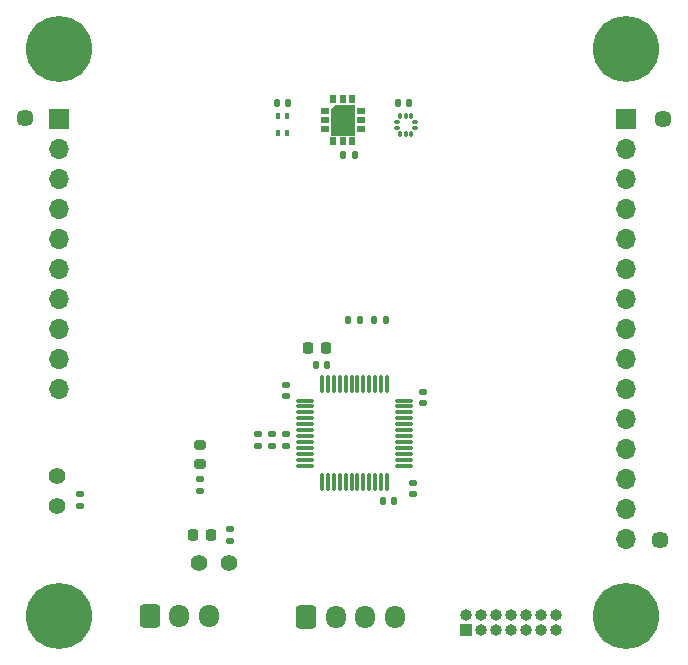
<source format=gbr>
%TF.GenerationSoftware,KiCad,Pcbnew,9.0.0*%
%TF.CreationDate,2025-02-21T21:13:24-05:00*%
%TF.ProjectId,SensorModuleBreakout,53656e73-6f72-44d6-9f64-756c65427265,rev?*%
%TF.SameCoordinates,Original*%
%TF.FileFunction,Soldermask,Top*%
%TF.FilePolarity,Negative*%
%FSLAX46Y46*%
G04 Gerber Fmt 4.6, Leading zero omitted, Abs format (unit mm)*
G04 Created by KiCad (PCBNEW 9.0.0) date 2025-02-21 21:13:24*
%MOMM*%
%LPD*%
G01*
G04 APERTURE LIST*
G04 Aperture macros list*
%AMRoundRect*
0 Rectangle with rounded corners*
0 $1 Rounding radius*
0 $2 $3 $4 $5 $6 $7 $8 $9 X,Y pos of 4 corners*
0 Add a 4 corners polygon primitive as box body*
4,1,4,$2,$3,$4,$5,$6,$7,$8,$9,$2,$3,0*
0 Add four circle primitives for the rounded corners*
1,1,$1+$1,$2,$3*
1,1,$1+$1,$4,$5*
1,1,$1+$1,$6,$7*
1,1,$1+$1,$8,$9*
0 Add four rect primitives between the rounded corners*
20,1,$1+$1,$2,$3,$4,$5,0*
20,1,$1+$1,$4,$5,$6,$7,0*
20,1,$1+$1,$6,$7,$8,$9,0*
20,1,$1+$1,$8,$9,$2,$3,0*%
G04 Aperture macros list end*
%ADD10C,0.010000*%
%ADD11C,1.448000*%
%ADD12RoundRect,0.200000X-0.275000X0.200000X-0.275000X-0.200000X0.275000X-0.200000X0.275000X0.200000X0*%
%ADD13O,1.700000X1.950000*%
%ADD14RoundRect,0.250000X-0.600000X-0.725000X0.600000X-0.725000X0.600000X0.725000X-0.600000X0.725000X0*%
%ADD15R,1.000000X1.000000*%
%ADD16O,1.000000X1.000000*%
%ADD17RoundRect,0.102000X-0.275000X-0.150000X0.275000X-0.150000X0.275000X0.150000X-0.275000X0.150000X0*%
%ADD18RoundRect,0.102000X-0.150000X-0.275000X0.150000X-0.275000X0.150000X0.275000X-0.150000X0.275000X0*%
%ADD19C,5.600000*%
%ADD20RoundRect,0.075000X-0.662500X-0.075000X0.662500X-0.075000X0.662500X0.075000X-0.662500X0.075000X0*%
%ADD21RoundRect,0.075000X-0.075000X-0.662500X0.075000X-0.662500X0.075000X0.662500X-0.075000X0.662500X0*%
%ADD22RoundRect,0.135000X-0.185000X0.135000X-0.185000X-0.135000X0.185000X-0.135000X0.185000X0.135000X0*%
%ADD23R,0.300000X0.500000*%
%ADD24RoundRect,0.225000X-0.225000X-0.250000X0.225000X-0.250000X0.225000X0.250000X-0.225000X0.250000X0*%
%ADD25RoundRect,0.218750X-0.218750X-0.256250X0.218750X-0.256250X0.218750X0.256250X-0.218750X0.256250X0*%
%ADD26RoundRect,0.140000X0.140000X0.170000X-0.140000X0.170000X-0.140000X-0.170000X0.140000X-0.170000X0*%
%ADD27RoundRect,0.135000X-0.135000X-0.185000X0.135000X-0.185000X0.135000X0.185000X-0.135000X0.185000X0*%
%ADD28RoundRect,0.140000X-0.170000X0.140000X-0.170000X-0.140000X0.170000X-0.140000X0.170000X0.140000X0*%
%ADD29R,1.700000X1.700000*%
%ADD30O,1.700000X1.700000*%
%ADD31C,1.400000*%
%ADD32RoundRect,0.135000X0.185000X-0.135000X0.185000X0.135000X-0.185000X0.135000X-0.185000X-0.135000X0*%
%ADD33RoundRect,0.135000X0.135000X0.185000X-0.135000X0.185000X-0.135000X-0.185000X0.135000X-0.185000X0*%
%ADD34RoundRect,0.140000X-0.140000X-0.170000X0.140000X-0.170000X0.140000X0.170000X-0.140000X0.170000X0*%
%ADD35RoundRect,0.087500X-0.125000X-0.087500X0.125000X-0.087500X0.125000X0.087500X-0.125000X0.087500X0*%
%ADD36RoundRect,0.087500X-0.087500X-0.125000X0.087500X-0.125000X0.087500X0.125000X-0.087500X0.125000X0*%
%ADD37RoundRect,0.140000X0.170000X-0.140000X0.170000X0.140000X-0.170000X0.140000X-0.170000X-0.140000X0*%
G04 APERTURE END LIST*
D10*
%TO.C,U3*%
X131000000Y-63250000D02*
X129000000Y-63250000D01*
X129000000Y-61108581D01*
X129358581Y-60750000D01*
X131000000Y-60750000D01*
X131000000Y-63250000D01*
G36*
X131000000Y-63250000D02*
G01*
X129000000Y-63250000D01*
X129000000Y-61108581D01*
X129358581Y-60750000D01*
X131000000Y-60750000D01*
X131000000Y-63250000D01*
G37*
%TD*%
D11*
%TO.C,REF\u002A\u002A*%
X156900000Y-97550000D03*
%TD*%
%TO.C,REF\u002A\u002A*%
X157150000Y-61950000D03*
%TD*%
%TO.C,REF\u002A\u002A*%
X103100000Y-61850000D03*
%TD*%
D12*
%TO.C,R4*%
X117950000Y-89475000D03*
X117950000Y-91125000D03*
%TD*%
D13*
%TO.C,J4*%
X118670000Y-104000000D03*
X116170000Y-104000000D03*
D14*
X113670000Y-104000000D03*
%TD*%
D15*
%TO.C,J1*%
X140430000Y-105150000D03*
D16*
X140430000Y-103880000D03*
X141700000Y-105150000D03*
X141700000Y-103880000D03*
X142970000Y-105150000D03*
X142970000Y-103880000D03*
X144240000Y-105150000D03*
X144240000Y-103880000D03*
X145510000Y-105150000D03*
X145510000Y-103880000D03*
X146780000Y-105150000D03*
X146780000Y-103880000D03*
X148050000Y-105150000D03*
X148050000Y-103880000D03*
%TD*%
D14*
%TO.C,J5*%
X126920000Y-104075000D03*
D13*
X129420000Y-104075000D03*
X131920000Y-104075000D03*
X134420000Y-104075000D03*
%TD*%
D17*
%TO.C,U3*%
X128475000Y-61200000D03*
X128475000Y-62000000D03*
X128475000Y-62800000D03*
D18*
X129200000Y-63775000D03*
X130000000Y-63775000D03*
X130800000Y-63775000D03*
D17*
X131525000Y-62800000D03*
X131525000Y-62000000D03*
X131525000Y-61200000D03*
D18*
X130800000Y-60225000D03*
X130000000Y-60225000D03*
X129200000Y-60225000D03*
%TD*%
D19*
%TO.C,H2*%
X154000000Y-56000000D03*
%TD*%
D20*
%TO.C,U1*%
X126837500Y-85750000D03*
X126837500Y-86250000D03*
X126837500Y-86750000D03*
X126837500Y-87250000D03*
X126837500Y-87750000D03*
X126837500Y-88250000D03*
X126837500Y-88750000D03*
X126837500Y-89250000D03*
X126837500Y-89750000D03*
X126837500Y-90250000D03*
X126837500Y-90750000D03*
X126837500Y-91250000D03*
D21*
X128250000Y-92662500D03*
X128750000Y-92662500D03*
X129250000Y-92662500D03*
X129750000Y-92662500D03*
X130250000Y-92662500D03*
X130750000Y-92662500D03*
X131250000Y-92662500D03*
X131750000Y-92662500D03*
X132250000Y-92662500D03*
X132750000Y-92662500D03*
X133250000Y-92662500D03*
X133750000Y-92662500D03*
D20*
X135162500Y-91250000D03*
X135162500Y-90750000D03*
X135162500Y-90250000D03*
X135162500Y-89750000D03*
X135162500Y-89250000D03*
X135162500Y-88750000D03*
X135162500Y-88250000D03*
X135162500Y-87750000D03*
X135162500Y-87250000D03*
X135162500Y-86750000D03*
X135162500Y-86250000D03*
X135162500Y-85750000D03*
D21*
X133750000Y-84337500D03*
X133250000Y-84337500D03*
X132750000Y-84337500D03*
X132250000Y-84337500D03*
X131750000Y-84337500D03*
X131250000Y-84337500D03*
X130750000Y-84337500D03*
X130250000Y-84337500D03*
X129750000Y-84337500D03*
X129250000Y-84337500D03*
X128750000Y-84337500D03*
X128250000Y-84337500D03*
%TD*%
D22*
%TO.C,R6*%
X120500000Y-96590000D03*
X120500000Y-97610000D03*
%TD*%
D23*
%TO.C,U2*%
X124525000Y-63100000D03*
X125325000Y-63100000D03*
X125325000Y-61700000D03*
X124525000Y-61700000D03*
%TD*%
D24*
%TO.C,C1*%
X127025000Y-81300000D03*
X128575000Y-81300000D03*
%TD*%
D25*
%TO.C,D1*%
X117312500Y-97100000D03*
X118887500Y-97100000D03*
%TD*%
D26*
%TO.C,C9*%
X125405000Y-60600000D03*
X124445000Y-60600000D03*
%TD*%
D19*
%TO.C,H3*%
X106000000Y-104000000D03*
%TD*%
D26*
%TO.C,C4*%
X134380000Y-94250000D03*
X133420000Y-94250000D03*
%TD*%
D27*
%TO.C,R2*%
X132650000Y-78900000D03*
X133670000Y-78900000D03*
%TD*%
D22*
%TO.C,R5*%
X117950000Y-92390000D03*
X117950000Y-93410000D03*
%TD*%
D28*
%TO.C,C12*%
X135950000Y-92720000D03*
X135950000Y-93680000D03*
%TD*%
D29*
%TO.C,J2*%
X106000000Y-61920000D03*
D30*
X106000000Y-64460000D03*
X106000000Y-67000000D03*
X106000000Y-69540000D03*
X106000000Y-72080000D03*
X106000000Y-74620000D03*
X106000000Y-77160000D03*
X106000000Y-79700000D03*
X106000000Y-82240000D03*
X106000000Y-84780000D03*
%TD*%
D31*
%TO.C,JP2*%
X120350000Y-99500000D03*
X117810000Y-99500000D03*
%TD*%
D19*
%TO.C,H4*%
X154000000Y-104000000D03*
%TD*%
D32*
%TO.C,R1*%
X107800000Y-94660000D03*
X107800000Y-93640000D03*
%TD*%
D33*
%TO.C,R3*%
X131470000Y-78900000D03*
X130450000Y-78900000D03*
%TD*%
D19*
%TO.C,H1*%
X106000000Y-56000000D03*
%TD*%
D34*
%TO.C,C2*%
X127720000Y-82700000D03*
X128680000Y-82700000D03*
%TD*%
D35*
%TO.C,U4*%
X134562500Y-62150000D03*
X134562500Y-62650000D03*
D36*
X134825000Y-63162500D03*
X135325000Y-63162500D03*
X135825000Y-63162500D03*
D35*
X136087500Y-62650000D03*
X136087500Y-62150000D03*
D36*
X135825000Y-61637500D03*
X135325000Y-61637500D03*
X134825000Y-61637500D03*
%TD*%
D37*
%TO.C,C8*%
X122800000Y-89580000D03*
X122800000Y-88620000D03*
%TD*%
D26*
%TO.C,C10*%
X131005000Y-65000000D03*
X130045000Y-65000000D03*
%TD*%
D29*
%TO.C,J3*%
X154000000Y-61920000D03*
D30*
X154000000Y-64460000D03*
X154000000Y-67000000D03*
X154000000Y-69540000D03*
X154000000Y-72080000D03*
X154000000Y-74620000D03*
X154000000Y-77160000D03*
X154000000Y-79700000D03*
X154000000Y-82240000D03*
X154000000Y-84780000D03*
X154000000Y-87320000D03*
X154000000Y-89860000D03*
X154000000Y-92400000D03*
X154000000Y-94940000D03*
X154000000Y-97480000D03*
%TD*%
D31*
%TO.C,JP1*%
X105850000Y-92100000D03*
X105850000Y-94640000D03*
%TD*%
D28*
%TO.C,C3*%
X136800000Y-85020000D03*
X136800000Y-85980000D03*
%TD*%
D37*
%TO.C,C7*%
X124000000Y-89580000D03*
X124000000Y-88620000D03*
%TD*%
D34*
%TO.C,C11*%
X134645000Y-60600000D03*
X135605000Y-60600000D03*
%TD*%
D37*
%TO.C,C6*%
X125200000Y-89580000D03*
X125200000Y-88620000D03*
%TD*%
%TO.C,C5*%
X125200000Y-85380000D03*
X125200000Y-84420000D03*
%TD*%
M02*

</source>
